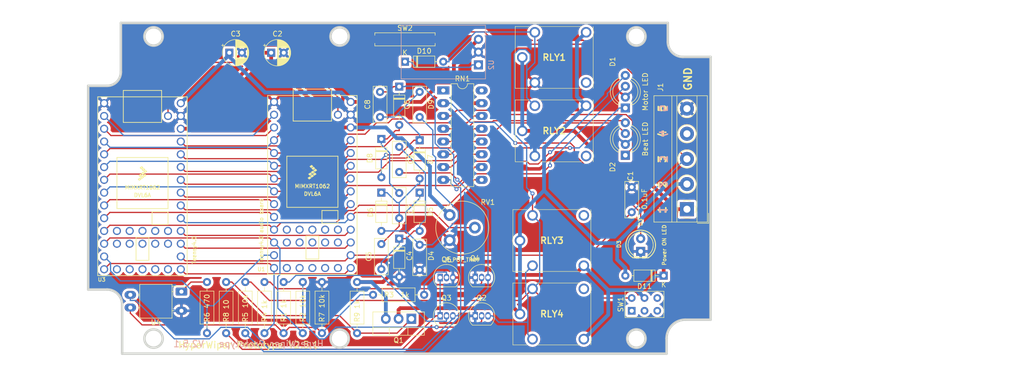
<source format=kicad_pcb>
(kicad_pcb (version 20220621) (generator pcbnew)
  (title_block (date "2021-02-08") (rev "V2.1.3"))
  (layers (0 "F.Cu" signal) (31 "B.Cu" signal) (34 "B.Paste" user) (35 "F.Paste" user) (36 "B.SilkS" user "B.Silkscreen") (37 "F.SilkS" user "F.Silkscreen") (38 "B.Mask" user) (39 "F.Mask" user) (44 "Edge.Cuts" user))
  (net 0 "")
  (net 1 "/5V")
  (net 4 "GND")
  (net 5 "Net-(D1-Pad4)")
  (net 6 "Net-(D1-Pad3)")
  (net 7 "Net-(D2-Pad4)")
  (net 8 "Net-(D2-Pad3)")
  (net 9 "Net-(D2-Pad1)")
  (net 10 "Net-(D3-Pad2)")
  (net 11 "/A21")
  (net 12 "/A23")
  (net 13 "/A12")
  (net 14 "Net-(D1-Pad1)")
  (net 15 "Net-(Q2-Pad2)")
  (net 16 "Net-(C4-Pad2)")
  (net 17 "+3V3")
  (net 21 "/A11")
  (net 22 "/A24")
  (net 23 "/A13")
  (net 24 "/A14")
  (net 25 "/A20")
  (net 26 "/A22")
  (net 27 "/A25")
  (net 28 "/A26")
  (net 29 "/A27")
  (net 30 "/A28")
  (net 31 "/B26")
  (net 32 "/B25")
  (net 33 "/B21")
  (net 34 "Net-(C5-Pad2)")
  (net 38 "Net-(C5-Pad1)")
  (net 39 "Net-(C6-Pad2)")
  (net 40 "Net-(C7-Pad2)")
  (net 41 "Net-(C8-Pad2)")
  (net 42 "Net-(C9-Pad1)")
  (net 43 "Net-(Q1-Pad1)")
  (net 44 "/A8")
  (net 45 "/A7")
  (net 46 "/A6")
  (net 47 "/A5")
  (net 48 "/A4")
  (net 49 "/A2")
  (net 50 "/A3")
  (net 51 "/A9")
  (net 52 "/A10")
  (net 83 "Net-(Q2-Pad3)")
  (net 84 "Net-(Q3-Pad2)")
  (net 85 "Net-(D11-Pad1)")
  (net 86 "Net-(D11-Pad2)")
  (net 87 "Net-(Q4-Pad2)")
  (net 88 "/12V")
  (net 89 "Net-(D10-Pad1)")
  (net 90 "Net-(Q3-Pad1)")
  (net 91 "Net-(R3-Pad2)")
  (net 92 "Net-(R1-Pad1)")
  (net 93 "Net-(R6-Pad2)")
  (footprint "LED_THT:LED_D5.0mm-4_RGB_Wide_Pins" (layer "F.Cu") (at 184.15 81.472 90)
    (fp_text reference "D2")
    (fp_text value "Beat LED")
  )
  (footprint "Resistor_THT:R_Axial_DIN0207_L6.3mm_D2.5mm_P10.16mm_Horizontal" (layer "F.Cu") (at 100.965 116.84 90)
    (fp_text reference "R6")
    (fp_text value "470")
  )
  (footprint "Diode_THT:D_DO-35_SOD27_P7.62mm_Horizontal" (layer "F.Cu") (at 140.335 62.865)
    (fp_text reference "D10")
    (fp_text value "D")
  )
  (footprint "Capacitor_THT:C_Rect_L7.0mm_W2.5mm_P5.00mm" (layer "F.Cu") (at 139.192 93.98 90)
    (fp_text reference "C7")
    (fp_text value "0.1uF")
  )
  (footprint "Hyperwiper 2020 production prototype all:SRA12VDCCL" (layer "F.Cu") (at 170.005 76.6233)
    (fp_text reference "RLY2")
    (fp_text value "JSM1-12V-5" hide)
  )
  (footprint "Capacitor_THT:C_Rect_L7.0mm_W2.5mm_P5.00mm" (layer "F.Cu") (at 139.192 84.796 90)
    (fp_text reference "C9")
    (fp_text value "0.1uF")
  )
  (footprint "Resistor_THT:R_Axial_DIN0207_L6.3mm_D2.5mm_P10.16mm_Horizontal" (layer "F.Cu") (at 133.985 109.22)
    (fp_text reference "R3")
    (fp_text value "1k")
  )
  (footprint "OptoDevice:Luna_NSL-32" (layer "F.Cu") (at 95.885 108.585 180)
    (fp_text reference "U4")
    (fp_text value "NSL-32")
  )
  (footprint "Diode_THT:D_DO-35_SOD27_P7.62mm_Horizontal" (layer "F.Cu") (at 139.192 67.818 -90)
    (fp_text reference "D9")
    (fp_text value "D")
  )
  (footprint "Diode_THT:D_DO-35_SOD27_P7.62mm_Horizontal" (layer "F.Cu") (at 143.256 88.9 -90)
    (fp_text reference "D5")
    (fp_text value "D")
  )
  (footprint "TerminalBlock_MetzConnect:TerminalBlock_MetzConnect_Type011_RT05505HBWC_1x05_P5.00mm_Horizontal" (layer "F.Cu") (at 196.396 92.1955 90)
    (fp_text reference "J1")
    (fp_text value "Conn_01x05" hide)
  )
  (footprint "Button_Switch_SMD:SW_SPST_REED_CT10-XXXX-G1" (layer "F.Cu") (at 140.335 58.42 180)
    (fp_text reference "SW2")
    (fp_text value "SW_Reed")
  )
  (footprint "Resistor_THT:R_Axial_DIN0207_L6.3mm_D2.5mm_P10.16mm_Horizontal" (layer "F.Cu") (at 120.015 116.84 90)
    (fp_text reference "R2")
    (fp_text value "10k")
  )
  (footprint "Package_TO_SOT_THT:TO-92_Inline" (layer "F.Cu") (at 147.32 113.4025)
    (fp_text reference "Q3")
    (fp_text value "2N2222")
  )
  (footprint "Package_TO_SOT_THT:TO-220-3_Vertical" (layer "F.Cu") (at 141.605 113.99 180)
    (fp_text reference "Q1")
    (fp_text value "IRF3205")
  )
  (footprint "Diode_THT:D_DO-35_SOD27_P7.62mm_Horizontal" (layer "F.Cu") (at 191.77 105.41 180)
    (fp_text reference "D11")
    (fp_text value "D" hide)
  )
  (footprint "Resistor_THT:R_Axial_DIN0207_L6.3mm_D2.5mm_P10.16mm_Horizontal" (layer "F.Cu") (at 130.81 116.84 90)
    (fp_text reference "R9")
    (fp_text value "1k")
  )
  (footprint "Capacitor_THT:C_Rect_L7.0mm_W2.5mm_P5.00mm" (layer "F.Cu") (at 135.636 104.12 90)
    (fp_text reference "C5")
    (fp_text value "0.1uF")
  )
  (footprint "Hyperwiper 2020 production prototype all:SRA12VDCCL" (layer "F.Cu") (at 169.545 113.03)
    (fp_text reference "RLY4")
    (fp_text value "JSM1-12V-5" hide)
  )
  (footprint "Capacitor_THT:C_Rect_L7.0mm_W2.5mm_P5.00mm" (layer "F.Cu") (at 143.256 104.267 90)
    (fp_text reference "C4")
    (fp_text value "0.1uF")
  )
  (footprint "Package_TO_SOT_THT:TO-92_Inline" (layer "F.Cu") (at 154.305 113.4025)
    (fp_text reference "Q2")
    (fp_text value "2N2222")
  )
  (footprint "Potentiometer_THT:Potentiometer_Piher_PT-10-V05_Vertical" (layer "F.Cu") (at 149.225 98.36)
    (fp_text reference "RV1")
    (fp_text value "R_POT_TRIM")
  )
  (footprint "Package_DIP:DIP-16_W7.62mm_LongPads" (layer "F.Cu") (at 147.955 68.58)
    (fp_text reference "RN1")
    (fp_text value "R_Pack08")
  )
  (footprint "Capacitor_THT:C_Rect_L7.0mm_W2.5mm_P5.00mm" (layer "F.Cu") (at 185.42 92.797 90)
    (fp_text reference "C1")
    (fp_text value "0.1uF")
  )
  (footprint "Diode_THT:D_DO-35_SOD27_P7.62mm_Horizontal" (layer "F.Cu") (at 143.256 78.486 -90)
    (fp_text reference "D7")
    (fp_text value "D")
  )
  (footprint "Diode_THT:D_DO-35_SOD27_P7.62mm_Horizontal" (layer "F.Cu") (at 135.636 78.232 -90)
    (fp_text reference "D8")
    (fp_text value "D")
  )
  (footprint "Resistor_THT:R_Axial_DIN0207_L6.3mm_D2.5mm_P10.16mm_Horizontal" (layer "F.Cu") (at 112.395 116.84 90)
    (fp_text reference "R4")
    (fp_text value "1k")
  )
  (footprint "Capacitor_THT:CP_Radial_D5.0mm_P2.50mm" (layer "F.Cu") (at 113.7299 61.087)
    (fp_text reference "C2")
    (fp_text value "100uF")
  )
  (footprint "Resistor_THT:R_Axial_DIN0207_L6.3mm_D2.5mm_P10.16mm_Horizontal" (layer "F.Cu") (at 108.585 116.84 90)
    (fp_text reference "R5")
    (fp_text value "10k")
  )
  (footprint "Resistor_THT:R_Axial_DIN0207_L6.3mm_D2.5mm_P10.16mm_Horizontal" (layer "F.Cu") (at 123.825 116.84 90)
    (fp_text reference "R7")
    (fp_text value "10k")
  )
  (footprint "Hyperwiper 2020 production prototype all:Teensy40" (layer "F.Cu") (at 121.92 87.376 -90)
    (fp_text reference "U1")
    (fp_text value "Teensy4.0 audio board")
  )
  (footprint "Hyperwiper 2020 production prototype all:Teensy40" (layer "F.Cu") (at 88.138 87.63 -90)
    (fp_text reference "U3")
    (fp_text value "Teensy4.0")
  )
  (footprint "Resistor_THT:R_Axial_DIN0207_L6.3mm_D2.5mm_P10.16mm_Horizontal" (layer "F.Cu") (at 116.205 116.84 90)
    (fp_text reference "R1")
    (fp_text value "1k")
  )
  (footprint "Hyperwiper 2020 production prototype all:SRA12VDCCL" (layer "F.Cu") (at 169.545 98.425)
    (fp_text reference "RLY3")
    (fp_text value "JSM1-12V-5" hide)
  )
  (footprint "Package_TO_SOT_THT:TO-92_Inline" (layer "F.Cu") (at 154.305 105.7825)
    (fp_text reference "Q4")
    (fp_text value "2N2222")
  )
  (footprint "Diode_THT:D_DO-35_SOD27_P7.62mm_Horizontal" (layer "F.Cu") (at 139.192 98.044 -90)
    (fp_text reference "D4")
    (fp_text value "D")
  )
  (footprint "Capacitor_THT:CP_Radial_D5.0mm_P2.50mm" (layer "F.Cu") (at 105.41 61.087)
    (fp_text reference "C3")
    (fp_text value "100uF")
  )
  (footprint "Button_Switch_THT:SW_NKK_G1xJP" (layer "F.Cu") (at 185.42 112.395 90)
    (fp_text reference "SW1")
    (fp_text value "SW_DPDT_x2")
  )
  (footprint "Package_TO_SOT_THT:TO-92_Inline" (layer "F.Cu") (at 147.32 105.7825)
    (fp_text reference "Q5")
    (fp_text value "2N3906")
  )
  (footprint "Capacitor_THT:C_Rect_L7.0mm_W2.5mm_P5.00mm" (layer "F.Cu") (at 135.382 73.874 90)
    (fp_text reference "C8")
    (fp_text value "0.1uF")
  )
  (footprint "Capacitor_THT:C_Rect_L7.0mm_W2.5mm_P5.00mm" (layer "F.Cu") (at 143.256 73.874 90)
    (fp_text reference "C6")
    (fp_text value "0.1uF")
  )
  (footprint "LED_THT:LED_D5.0mm_Clear" (layer "F.Cu") (at 187.198 100.589 90)
    (fp_text reference "D3")
    (fp_text value "Power ON LED")
  )
  (footprint "Hyperwiper 2020 production prototype all:SRA12VDCCL" (layer "F.Cu") (at 170.005 62.0183)
    (fp_text reference "RLY1")
    (fp_text value "JSM1-12V-5" hide)
  )
  (footprint "LED_THT:LED_D5.0mm-4_RGB_Wide_Pins" (layer "F.Cu") (at 184.15 72.074 90)
    (fp_text reference "D1")
    (fp_text value "Motor LED")
  )
  (footprint "Resistor_THT:R_Axial_DIN0207_L6.3mm_D2.5mm_P10.16mm_Horizontal" (layer "F.Cu") (at 104.775 116.84 90)
    (fp_text reference "R8")
    (fp_text value "10")
  )
  (footprint "Diode_THT:D_DO-35_SOD27_P7.62mm_Horizontal" (layer "F.Cu") (at 135.636 88.9 -90)
    (fp_text reference "D6")
    (fp_text value "D")
  )
  (footprint "Converter_DCDC:Converter_DCDC_muRata_OKI-78SR_Horizontal" (layer "B.Cu") (at 154.94 63.5 90)
    (fp_text reference "U2")
    (fp_text value "OKI-78SR-5")
  )
  (gr_line (start 201.095 61.915) (end 201.095 114.165) (stroke (width 0.5)) (layer "Edge.Cuts"))
  (gr_line (start 192.345 120.915) (end 84.095 120.915) (stroke (width 0.5)) (layer "Edge.Cuts"))
  (gr_line (start 83.845 64.915) (end 83.845 55.165) (stroke (width 0.5)) (layer "Edge.Cuts"))
  (gr_line (start 83.845 55.165) (end 192.595 55.165) (stroke (width 0.5)) (layer "Edge.Cuts"))
  (gr_circle (center 186.345 57.844973) (end 184.524973 57.844973) (stroke (width 0.5)) (fill none) (layer "Edge.Cuts"))
  (gr_line (start 77.345 108.165) (end 77.345 67.665) (stroke (width 0.5)) (layer "Edge.Cuts"))
  (gr_line (start 77.345 67.665) (end 81.095 67.665) (stroke (width 0.5)) (layer "Edge.Cuts"))
  (gr_arc (start 195.595 61.915) (mid 193.47368 61.03632) (end 192.595 58.915) (stroke (width 0.5)) (layer "Edge.Cuts"))
  (gr_line (start 81.095 108.165) (end 77.345 108.165) (stroke (width 0.5)) (layer "Edge.Cuts"))
  (gr_circle (center 90.345 57.844973) (end 88.524973 57.844973) (stroke (width 0.5)) (fill none) (layer "Edge.Cuts"))
  (gr_circle (center 127.345 117.915) (end 125.524973 117.915) (stroke (width 0.5)) (fill none) (layer "Edge.Cuts"))
  (gr_circle (center 186.345 117.915) (end 184.524973 117.915) (stroke (width 0.5)) (fill none) (layer "Edge.Cuts"))
  (gr_circle (center 127.345 57.844973) (end 125.524973 57.844973) (stroke (width 0.5)) (fill none) (layer "Edge.Cuts"))
  (gr_arc (start 83.845 64.915) (mid 83.039544 66.859544) (end 81.095 67.665) (stroke (width 0.5)) (layer "Edge.Cuts"))
  (gr_line (start 84.095 120.915) (end 84.095 111.165) (stroke (width 0.5)) (layer "Edge.Cuts"))
  (gr_line (start 192.595 55.165) (end 192.595 58.915) (stroke (width 0.5)) (layer "Edge.Cuts"))
  (gr_line (start 195.595 61.915) (end 201.095 61.915) (stroke (width 0.5)) (layer "Edge.Cuts"))
  (gr_arc (start 192.345 117.915) (mid 193.44335 115.26335) (end 196.095 114.165) (stroke (width 0.5)) (layer "Edge.Cuts"))
  (gr_circle (center 90.345 117.915) (end 88.524973 117.915) (stroke (width 0.5)) (fill none) (layer "Edge.Cuts"))
  (gr_line (start 201.095 114.165) (end 196.095 114.165) (stroke (width 0.5)) (layer "Edge.Cuts"))
  (gr_arc (start 81.095 108.165) (mid 83.21632 109.04368) (end 84.095 111.165) (stroke (width 0.5)) (layer "Edge.Cuts"))
  (gr_line (start 192.345 117.915) (end 192.345 120.915) (stroke (width 0.5)) (layer "Edge.Cuts"))
  (gr_text "4" (at 191.643 77.184252 270) (layer "B.SilkS") (effects (font (size 1.5 1.5) (thickness 0.3)) (justify mirror)))
  (gr_text "HyperWiper Prototype   V2.5.1\n   \n" (at 109.22 120.015) (layer "B.SilkS") (effects (font (size 1.3 1.3) (thickness 0.2)) (justify mirror)))
  (gr_text "3" (at 191.643 82.232502 270) (layer "B.SilkS") (effects (font (size 1.5 1.5) (thickness 0.3)) (justify mirror)))
  (gr_text "1" (at 191.643 92.329002 270) (layer "B.SilkS") (effects (font (size 1.5 1.5) (thickness 0.3)) (justify mirror)))
  (gr_text "2" (at 191.643 87.280752 270) (layer "B.SilkS") (effects (font (size 1.5 1.5) (thickness 0.3)) (justify mirror)))
  (gr_text "5" (at 191.643 72.136002 270) (layer "B.SilkS") (effects (font (size 1.5 1.5) (thickness 0.3)) (justify mirror)))
  (gr_text "5" (at 191.516 72.136 90) (layer "F.SilkS") (effects (font (size 1.5 1.5) (thickness 0.3))))
  (gr_text "GND" (at 196.596 66.294 90) (layer "F.SilkS") (effects (font (size 1.5 1.5) (thickness 0.3))))
  (gr_text "HyperWiper Prototype V2.5.1\n\n\n" (at 109.22 121.285) (layer "F.SilkS") (effects (font (size 1.3 1.3) (thickness 0.2))))
  (gr_text "4" (at 191.516 77.18425 90) (layer "F.SilkS") (effects (font (size 1.5 1.5) (thickness 0.3))))
  (gr_text "1" (at 191.516 92.329 90) (layer "F.SilkS") (effects (font (size 1.5 1.5) (thickness 0.3))))
  (gr_text "2" (at 191.516 87.28075 90) (layer "F.SilkS") (effects (font (size 1.5 1.5) (thickness 0.3))))
  (gr_text "3" (at 191.516 82.2325 90) (layer "F.SilkS") (effects (font (size 1.5 1.5) (thickness 0.3))))
  (segment (start 150.0596 63.3004) (end 150.0596 67.0046) (width 0.75) (layer "F.Cu") (net 1))
  (segment (start 155.575 71.12) (end 153.5997 71.12) (width 0.75) (layer "F.Cu") (net 1))
  (segment (start 143.5434 70.866) (end 145.9061 68.5033) (width 0.75) (layer "F.Cu") (net 1))
  (segment (start 129.54 70.866) (end 143.5434 70.866) (width 0.75) (layer "F.Cu") (net 1))
  (segment (start 145.9061 67.4822) (end 146.3837 67.0046) (width 0.75) (layer "F.Cu") (net 1))
  (segment (start 145.9061 68.5033) (end 145.9061 67.4822) (width 0.75) (layer "F.Cu") (net 1))
  (segment (start 150.0596 67.5799) (end 153.5997 71.12) (width 0.75) (layer "F.Cu") (net 1))
  (segment (start 150.0596 67.0046) (end 150.0596 67.5799) (width 0.75) (layer "F.Cu") (net 1))
  (segment (start 154.94 58.42) (end 150.0596 63.3004) (width 0.75) (layer "F.Cu") (net 1))
  (segment (start 146.3837 67.0046) (end 150.0596 67.0046) (width 0.75) (layer "F.Cu") (net 1))
  (segment (start 105.41 61.087) (end 105.41 61.8746) (width 0.75) (layer "B.Cu") (net 1))
  (segment (start 127.6611 68.9871) (end 112.5225 68.9871) (width 0.75) (layer "B.Cu") (net 1))
  (segment (start 105.41 61.8746) (end 105.0034 61.8746) (width 0.75) (layer "B.Cu") (net 1))
  (segment (start 129.54 70.866) (end 127.6611 68.9871) (width 0.75) (layer "B.Cu") (net 1))
  (segment (start 105.0034 61.8746) (end 95.758 71.12) (width 0.75) (layer "B.Cu") (net 1))
  (segment (start 112.5225 68.9871) (end 105.41 61.8746) (width 0.75) (layer "B.Cu") (net 1))
  (via (at 137.16 102.87) (size 0.8) (drill 0.4) (layers "F.Cu" "B.Cu") (net 4))
  (segment (start 166.155 79.59) (end 167.64 78.105) (width 0.75) (layer "B.Cu") (net 4))
  (segment (start 166.155 81.6233) (end 166.155 79.59) (width 0.75) (layer "B.Cu") (net 4))
  (segment (start 147.955 83.82) (end 149.4803 83.82) (width 0.25) (layer "F.Cu") (net 5))
  (segment (start 165.093 83.208) (end 164.5597 82.6747) (width 0.25) (layer "F.Cu") (net 5))
  (segment (start 164.5597 82.6747) (end 150.6256 82.6747) (width 0.25) (layer "F.Cu") (net 5))
  (segment (start 169.1841 80.8562) (end 166.8323 83.208) (width 0.25) (layer "F.Cu") (net 5))
  (segment (start 166.8323 83.208) (end 165.093 83.208) (width 0.25) (layer "F.Cu") (net 5))
  (segment (start 150.6256 82.6747) (end 149.4803 83.82) (width 0.25) (layer "F.Cu") (net 5))
  (via (at 169.1841 80.8562) (size 0.8) (drill 0.4) (layers "F.Cu" "B.Cu") (net 5))
  (segment (start 180.5868 69.1602) (end 180.5868 69.627) (width 0.25) (layer "B.Cu") (net 5))
  (segment (start 184.15 65.597) (end 180.5868 69.1602) (width 0.25) (layer "B.Cu") (net 5))
  (segment (start 180.5868 69.627) (end 169.3576 80.8562) (width 0.25) (layer "B.Cu") (net 5))
  (segment (start 169.3576 80.8562) (end 169.1841 80.8562) (width 0.25) (layer "B.Cu") (net 5))
  (segment (start 167.5151 85.1639) (end 153.6406 85.1639) (width 0.25) (layer "F.Cu") (net 6))
  (segment (start 153.6406 85.1639) (end 150.5865 88.218) (width 0.25) (layer "F.Cu") (net 6))
  (segment (start 169.1733 83.5057) (end 167.5151 85.1639) (width 0.25) (layer "F.Cu") (net 6))
  (via (at 169.1733 83.5057) (size 0.8) (drill 0.4) (layers "F.Cu" "B.Cu") (net 6))
  (via (at 150.5865 88.218) (size 0.8) (drill 0.4) (layers "F.Cu" "B.Cu") (net 6))
  (segment (start 147.955 86.36) (end 149.4803 86.36) (width 0.25) (layer "B.Cu") (net 6))
  (segment (start 169.1733 82.7327) (end 169.1733 83.5057) (width 0.25) (layer "B.Cu") (net 6))
  (segment (start 184.15 67.756) (end 169.1733 82.7327) (width 0.25) (layer "B.Cu") (net 6))
  (segment (start 149.4803 86.36) (end 149.4803 87.1118) (width 0.25) (layer "B.Cu") (net 6))
  (segment (start 149.4803 87.1118) (end 150.5865 88.218) (width 0.25) (layer "B.Cu") (net 6))
  (segment (start 157.7214 74.8185) (end 157.9467 74.5932) (width 0.25) (layer "F.Cu") (net 7))
  (segment (start 147.955 76.2) (end 152.6397 76.2) (width 0.25) (layer "F.Cu") (net 7))
  (segment (start 183.7482 74.5932) (end 184.15 74.995) (width 0.25) (layer "F.Cu") (net 7))
  (segment (start 152.6397 76.2) (end 154.0212 74.8185) (width 0.25) (layer "F.Cu") (net 7))
  (segment (start 154.0212 74.8185) (end 157.7214 74.8185) (width 0.25) (layer "F.Cu") (net 7))
  (segment (start 157.9467 74.5932) (end 183.7482 74.5932) (width 0.25) (layer "F.Cu") (net 7))
  (segment (start 182.0396 75.0436) (end 184.15 77.154) (width 0.25) (layer "F.Cu") (net 8))
  (segment (start 149.4803 78.74) (end 150.7503 77.47) (width 0.25) (layer "F.Cu") (net 8))
  (segment (start 157.4708 77.47) (end 159.8972 75.0436) (width 0.25) (layer "F.Cu") (net 8))
  (segment (start 147.955 78.74) (end 149.4803 78.74) (width 0.25) (layer "F.Cu") (net 8))
  (segment (start 150.7503 77.47) (end 157.4708 77.47) (width 0.25) (layer "F.Cu") (net 8))
  (segment (start 159.8972 75.0436) (end 182.0396 75.0436) (width 0.25) (layer "F.Cu") (net 8))
  (segment (start 150.6089 72.5314) (end 157.684 72.5314) (width 0.25) (layer "F.Cu") (net 9))
  (segment (start 149.4803 73.66) (end 150.6089 72.5314) (width 0.25) (layer "F.Cu") (net 9))
  (segment (start 158.5278 73.3752) (end 184.2952 73.3752) (width 0.25) (layer "F.Cu") (net 9))
  (segment (start 157.684 72.5314) (end 158.5278 73.3752) (width 0.25) (layer "F.Cu") (net 9))
  (segment (start 184.2952 73.3752) (end 185.5768 74.6568) (width 0.25) (layer "F.Cu") (net 9))
  (segment (start 185.5768 74.6568) (end 185.5768 80.0452) (width 0.25) (layer "F.Cu") (net 9))
  (segment (start 185.5768 80.0452) (end 184.15 81.472) (width 0.25) (layer "F.Cu") (net 9))
  (segment (start 147.955 73.66) (end 149.4803 73.66) (width 0.25) (layer "F.Cu") (net 9))
  (segment (start 177.0175 84.3127) (end 174.0012 81.2964) (width 0.25) (layer "F.Cu") (net 10))
  (segment (start 174.0012 79.8215) (end 173.2181 79.0384) (width 0.25) (layer "F.Cu") (net 10))
  (segment (start 173.2181 79.0384) (end 162.2739 79.0384) (width 0.25) (layer "F.Cu") (net 10))
  (segment (start 187.198 92.9081) (end 178.6026 84.3127) (width 0.25) (layer "F.Cu") (net 10))
  (segment (start 178.6026 84.3127) (end 177.0175 84.3127) (width 0.25) (layer "F.Cu") (net 10))
  (segment (start 187.198 98.049) (end 187.198 92.9081) (width 0.25) (layer "F.Cu") (net 10))
  (segment (start 174.0012 81.2964) (end 174.0012 79.8215) (width 0.25) (layer "F.Cu") (net 10))
  (via (at 162.2739 79.0384) (size 0.8) (drill 0.4) (layers "F.Cu" "B.Cu") (net 10))
  (segment (start 149.4803 71.12) (end 153.2903 74.93) (width 0.25) (layer "B.Cu") (net 10))
  (segment (start 153.2903 74.93) (end 158.1655 74.93) (width 0.25) (layer "B.Cu") (net 10))
  (segment (start 147.955 71.12) (end 149.4803 71.12) (width 0.25) (layer "B.Cu") (net 10))
  (segment (start 158.1655 74.93) (end 162.2739 79.0384) (width 0.25) (layer "B.Cu") (net 10))
  (segment (start 95.758 101.6) (end 96.6294 102.4714) (width 0.25) (layer "F.Cu") (net 11))
  (segment (start 147.895 58.42) (end 149.2203 58.42) (width 0.25) (layer "F.Cu") (net 11))
  (segment (start 129.54 101.346) (end 176.871 101.346) (width 0.25) (layer "F.Cu") (net 11))
  (segment (start 150.6999 56.9404) (end 149.2203 58.42) (width 0.25) (layer "F.Cu") (net 11))
  (segment (start 128.4146 102.4714) (end 129.54 101.346) (width 0.25) (layer "F.Cu") (net 11))
  (segment (start 190.7806 70.4884) (end 179.687 59.3948) (width 0.25) (layer "F.Cu") (net 11))
  (segment (start 96.6294 102.4714) (end 128.4146 102.4714) (width 0.25) (layer "F.Cu") (net 11))
  (segment (start 176.871 101.346) (end 185.42 92.797) (width 0.25) (layer "F.Cu") (net 11))
  (segment (start 190.7806 76.5801) (end 190.7806 70.4884) (width 0.25) (layer "F.Cu") (net 11))
  (segment (start 179.687 59.3948) (end 158.5627 59.3948) (width 0.25) (layer "F.Cu") (net 11))
  (segment (start 196.396 82.1955) (end 190.7806 76.5801) (width 0.25) (layer "F.Cu") (net 11))
  (segment (start 158.5627 59.3948) (end 156.1083 56.9404) (width 0.25) (layer "F.Cu") (net 11))
  (segment (start 156.1083 56.9404) (end 150.6999 56.9404) (width 0.25) (layer "F.Cu") (net 11))
  (segment (start 185.42 92.797) (end 196.0215 82.1955) (width 0.25) (layer "B.Cu") (net 11))
  (segment (start 196.0215 82.1955) (end 196.396 82.1955) (width 0.25) (layer "B.Cu") (net 11))
  (segment (start 128.397 97.409) (end 129.54 96.266) (width 0.25) (layer "F.Cu") (net 12))
  (segment (start 96.647 97.409) (end 128.397 97.409) (width 0.25) (layer "F.Cu") (net 12))
  (segment (start 95.758 96.52) (end 96.647 97.409) (width 0.25) (layer "F.Cu") (net 12))
  (segment (start 113.4126 97.9186) (end 114.3 98.806) (width 0.25) (layer "F.Cu") (net 13))
  (segment (start 81.6594 97.9186) (end 113.4126 97.9186) (width 0.25) (layer "F.Cu") (net 13))
  (segment (start 80.518 99.06) (end 81.6594 97.9186) (width 0.25) (layer "F.Cu") (net 13))
  (segment (start 115.0332 105.6334) (end 115.0332 111.8582) (width 0.25) (layer "B.Cu") (net 13))
  (segment (start 115.4732 99.9792) (end 115.4732 105.1934) (width 0.25) (layer "B.Cu") (net 13))
  (segment (start 114.3 98.806) (end 115.4732 99.9792) (width 0.25) (layer "B.Cu") (net 13))
  (segment (start 115.0332 111.8582) (end 120.015 116.84) (width 0.25) (layer "B.Cu") (net 13))
  (segment (start 115.4732 105.1934) (end 115.0332 105.6334) (width 0.25) (layer "B.Cu") (net 13))
  (segment (start 173.1474 80.01) (end 150.7503 80.01) (width 0.25) (layer "F.Cu") (net 14))
  (segment (start 150.7503 80.01) (end 149.4803 81.28) (width 0.25) (layer "F.Cu") (net 14))
  (segment (start 147.955 81.28) (end 149.4803 81.28) (width 0.25) (layer "F.Cu") (net 14))
  (via (at 173.1474 80.01) (size 0.8) (drill 0.4) (layers "F.Cu" "B.Cu") (net 14))
  (segment (start 184.15 72.074) (end 182.9247 72.074) (width 0.25) (layer "B.Cu") (net 14))
  (segment (start 174.9887 80.01) (end 173.1474 80.01) (width 0.25) (layer "B.Cu") (net 14))
  (segment (start 182.9247 72.074) (end 174.9887 80.01) (width 0.25) (layer "B.Cu") (net 14))
  (segment (start 155.575 114.4778) (end 154.4013 115.6515) (width 0.25) (layer "F.Cu") (net 15))
  (segment (start 155.575 113.4025) (end 155.575 114.4778) (width 0.25) (layer "F.Cu") (net 15))
  (segment (start 154.4013 115.6515) (end 146.6238 115.6515) (width 0.25) (layer "F.Cu") (net 15))
  (via (at 146.6238 115.6515) (size 0.8) (drill 0.4) (layers "F.Cu" "B.Cu") (net 15))
  (segment (start 126.5763 115.6515) (end 125.1996 117.0282) (width 0.25) (layer "B.Cu") (net 15))
  (segment (start 124.353 117.981) (end 123.2872 117.981) (width 0.25) (layer "B.Cu") (net 15))
  (segment (start 123.2872 117.981) (end 120.015 114.7088) (width 0.25) (layer "B.Cu") (net 15))
  (segment (start 120.015 114.7088) (end 120.015 106.68) (width 0.25) (layer "B.Cu") (net 15))
  (segment (start 146.6238 115.6515) (end 126.5763 115.6515) (width 0.25) (layer "B.Cu") (net 15))
  (segment (start 125.1996 117.0282) (end 125.1996 117.1344) (width 0.25) (layer "B.Cu") (net 15))
  (segment (start 125.1996 117.1344) (end 124.353 117.981) (width 0.25) (layer "B.Cu") (net 15))
  (segment (start 140.509 96.52) (end 140.509 92.7723) (width 0.25) (layer "B.Cu") (net 16))
  (segment (start 146.4296 88.0588) (end 146.4296 81.8906) (width 0.25) (layer "B.Cu") (net 16))
  (segment (start 145.7342 99.267) (end 150.9572 94.044) (width 0.25) (layer "B.Cu") (net 16))
  (segment (start 143.256 99.267) (end 145.7342 99.267) (width 0.25) (layer "B.Cu") (net 16))
  (segment (start 150.9572 94.044) (end 150.9572 92.5864) (width 0.25) (layer "B.Cu") (net 16))
  (segment (start 143.256 88.9) (end 143.256 90.0253) (width 0.25) (layer "B.Cu") (net 16))
  (segment (start 145.8774 81.3384) (end 145.8774 76.4954) (width 0.25) (layer "B.Cu") (net 16))
  (segment (start 140.509 92.7723) (end 143.256 90.0253) (width 0.25) (layer "B.Cu") (net 16))
  (segment (start 145.8774 76.4954) (end 143.256 73.874) (width 0.25) (layer "B.Cu") (net 16))
  (segment (start 150.9572 92.5864) (end 146.4296 88.0588) (width 0.25) (layer "B.Cu") (net 16))
  (segment (start 135.636 96.52) (end 140.509 96.52) (width 0.25) (layer "B.Cu") (net 16))
  (segment (start 146.4296 81.8906) (end 145.8774 81.3384) (width 0.25) (layer "B.Cu") (net 16))
  (segment (start 140.509 96.52) (end 143.256 99.267) (width 0.25) (layer "B.Cu") (net 16))
  (segment (start 113.7299 61.087) (end 113.7299 62.6623) (width 0.75) (layer "F.Cu") (net 17))
  (segment (start 113.7299 61.087) (end 112.1546 61.087) (width 0.75) (layer "F.Cu") (net 17))
  (segment (start 129.54 75.946) (end 127.0136 75.946) (width 0.75) (layer "F.Cu") (net 17))
  (segment (start 95.758 76.2) (end 97.0416 76.2) (width 0.75) (layer "F.Cu") (net 17))
  (segment (start 127.0136 75.946) (end 113.7299 62.6623) (width 0.75) (layer "F.Cu") (net 17))
  (segment (start 97.0416 76.2) (end 112.1546 61.087) (width 0.75) (layer "F.Cu") (net 17))
  (segment (start 145.302 83.6778) (end 145.302 89.437) (width 0.75) (layer "B.Cu") (net 17))
  (segment (start 129.54 75.946) (end 136.5402 75.946) (width 0.75) (layer "B.Cu") (net 17))
  (segment (start 139.6978 78.0736) (end 145.302 83.6778) (width 0.75) (layer "B.Cu") (net 17))
  (segment (start 138.6678 78.0736) (end 139.6978 78.0736) (width 0.75) (layer "B.Cu") (net 17))
  (segment (start 136.5402 75.946) (end 138.6678 78.0736) (width 0.75) (layer "B.Cu") (net 17))
  (segment (start 145.302 89.437) (end 149.225 93.36) (width 0.75) (layer "B.Cu") (net 17))
  (segment (start 131.2152 91.4139) (end 130.1731 92.456) (width 0.25) (layer "F.Cu") (net 21))
  (segment (start 155.575 86.36) (end 154.0497 86.36) (width 0.25) (layer "F.Cu") (net 21))
  (segment (start 148.9958 91.4139) (end 131.2152 91.4139) (width 0.25) (layer "F.Cu") (net 21))
  (segment (start 113.4275 95.3935) (end 114.3 96.266) (width 0.25) (layer "F.Cu") (net 21))
  (segment (start 130.1731 92.456) (end 129.0627 92.456) (width 0.25) (layer "F.Cu") (net 21))
  (segment (start 80.518 96.52) (end 81.6445 95.3935) (width 0.25) (layer "F.Cu") (net 21))
  (segment (start 154.0497 86.36) (end 148.9958 91.4139) (width 0.25) (layer "F.Cu") (net 21))
  (segment (start 81.6445 95.3935) (end 113.4275 95.3935) (width 0.25) (layer "F.Cu") (net 21))
  (segment (start 129.0627 92.456) (end 126.6673 94.8514) (width 0.25) (layer "F.Cu") (net 21))
  (segment (start 126.6673 94.8514) (end 115.7146 94.8514) (width 0.25) (layer "F.Cu") (net 21))
  (segment (start 115.7146 94.8514) (end 114.3 96.266) (width 0.25) (layer "F.Cu") (net 21))
  (segment (start 146.117 92.8543) (end 149.1227 95.86) (width 0.25) (layer "F.Cu") (net 22))
  (segment (start 130.4117 92.8543) (end 146.117 92.8543) (width 0.25) (layer "F.Cu") (net 22))
  (segment (start 129.54 93.726) (end 130.4117 92.8543) (width 0.25) (layer "F.Cu") (net 22))
  (segment (start 149.1227 95.86) (end 154.225 95.86) (width 0.25) (layer "F.Cu") (net 22))
  (segment (start 128.397 94.869) (end 129.54 93.726) (width 0.25) (layer "B.Cu") (net 22))
  (segment (start 95.758 93.98) (end 96.647 94.869) (width 0.25) (layer "B.Cu") (net 22))
  (segment (start 96.647 94.869) (end 128.397 94.869) (width 0.25) (layer "B.Cu") (net 22))
  (segment (start 81.788 104.4755) (end 83.7621 106.4496) (width 0.25) (layer "B.Cu") (net 23))
  (segment (start 83.7621 106.4496) (end 96.0208 106.4496) (width 0.25) (layer "B.Cu") (net 23))
  (segment (start 81.788 102.87) (end 81.788 104.4755) (width 0.25) (layer "B.Cu") (net 23))
  (segment (start 102.2508 111.3938) (end 100.965 111.3938) (width 0.25) (layer "B.Cu") (net 23))
  (segment (start 112.2986 101.346) (end 102.2508 111.3938) (width 0.25) (layer "B.Cu") (net 23))
  (segment (start 96.0208 106.4496) (end 100.965 111.3938) (width 0.25) (layer "B.Cu") (net 23))
  (segment (start 100.965 111.3938) (end 100.965 116.84) (width 0.25) (layer "B.Cu") (net 23))
  (segment (start 80.518 101.6) (end 81.788 102.87) (width 0.25) (layer "B.Cu") (net 23))
  (segment (start 114.3 101.346) (end 112.2986 101.346) (width 0.25) (layer "B.Cu") (net 23))
  (segment (start 81.6594 102.9986) (end 113.4126 102.9986) (width 0.25) (layer "F.Cu") (net 24))
  (segment (start 80.518 104.14) (end 81.6594 102.9986) (width 0.25) (layer "F.Cu") (net 24))
  (segment (start 113.4126 102.9986) (end 114.3 103.886) (width 0.25) (layer "F.Cu") (net 24))
  (segment (start 114.3 103.886) (end 114.3 114.935) (width 0.25) (layer "B.Cu") (net 24))
  (segment (start 114.3 114.935) (end 112.395 116.84) (width 0.25) (layer "B.Cu") (net 24))
  (segment (start 128.3751 105.0509) (end 129.54 103.886) (width 0.25) (layer "F.Cu") (net 25))
  (segment (start 95.758 104.14) (end 96.6689 105.0509) (width 0.25) (layer "F.Cu") (net 25))
  (segment (start 96.6689 105.0509) (end 128.3751 105.0509) (width 0.25) (layer "F.Cu") (net 25))
  (segment (start 95.758 99.06) (end 96.6421 99.9441) (width 0.25) (layer "F.Cu") (net 26))
  (segment (start 96.6421 99.9441) (end 128.4019 99.9441) (width 0.25) (layer "F.Cu") (net 26))
  (segment (start 128.4019 99.9441) (end 129.54 98.806) (width 0.25) (layer "F.Cu") (net 26))
  (segment (start 95.758 91.44) (end 96.6294 92.3114) (width 0.25) (layer "F.Cu") (net 27))
  (segment (start 96.6294 92.3114) (end 128.4146 92.3114) (width 0.25) (layer "F.Cu") (net 27))
  (segment (start 128.4146 92.3114) (end 129.54 91.186) (width 0.25) (layer "F.Cu") (net 27))
  (segment (start 128.4019 89.7841) (end 129.54 88.646) (width 0.25) (layer "F.Cu") (net 28))
  (segment (start 96.6421 89.7841) (end 128.4019 89.7841) (width 0.25) (layer "F.Cu") (net 28))
  (segment (start 95.758 88.9) (end 96.6421 89.7841) (width 0.25) (layer "F.Cu") (net 28))
  (segment (start 96.6294 87.2314) (end 128.4146 87.2314) (width 0.25) (layer "F.Cu") (net 29))
  (segment (start 128.4146 87.2314) (end 129.54 86.106) (width 0.25) (layer "F.Cu") (net 29))
  (segment (start 95.758 86.36) (end 96.6294 87.2314) (width 0.25) (layer "F.Cu") (net 29))
  (segment (start 95.758 83.82) (end 96.6294 84.6914) (width 0.25) (layer "F.Cu") (net 30))
  (segment (start 128.4146 84.6914) (end 129.54 83.566) (width 0.25) (layer "F.Cu") (net 30))
  (segment (start 96.6294 84.6914) (end 128.4146 84.6914) (width 0.25) (layer "F.Cu") (net 30))
  (segment (start 95.758 81.28) (end 96.6294 82.1514) (width 0.25) (layer "F.Cu") (net 31))
  (segment (start 96.6294 82.1514) (end 128.4146 82.1514) (width 0.25) (layer "F.Cu") (net 31))
  (segment (start 128.4146 82.1514) (end 129.54 81.026) (width 0.25) (layer "F.Cu") (net 31))
  (segment (start 96.6294 79.6114) (end 128.4146 79.6114) (width 0.25) (layer "F.Cu") (net 32))
  (segment (start 95.758 78.74) (end 96.6294 79.6114) (width 0.25) (layer "F.Cu") (net 32))
  (segment (start 128.4146 79.6114) (end 129.54 78.486) (width 0.25) (layer "F.Cu") (net 32))
  (segment (start 127 69.9172) (end 127 73.406) (width 0.25) (layer "F.Cu") (net 33))
  (segment (start 111.2129 59.7609) (end 116.8437 59.7609) (width 0.25) (layer "F.Cu") (net 33))
  (segment (start 107.9688 63.005) (end 111.2129 59.7609) (width 0.25) (layer "F.Cu") (net 33))
  (segment (start 93.218 71.6813) (end 101.8943 63.005) (width 0.25) (layer "F.Cu") (net 33))
  (segment (start 93.218 73.66) (end 93.218 71.6813) (width 0.25) (layer "F.Cu") (net 33))
  (segment (start 116.8437 59.7609) (end 127 69.9172) (width 0.25) (layer "F.Cu") (net 33))
  (segment (start 101.8943 63.005) (end 107.9688 63.005) (width 0.25) (layer "F.Cu") (net 33))
  (segment (start 139.192 93.98) (end 139.192 95.564) (width 0.25) (layer "F.Cu") (net 34))
  (segment (start 139.192 95.564) (end 135.636 99.12) (width 0.25) (layer "F.Cu") (net 34))
  (segment (start 143.256 86.106) (end 143.256 87.2313) (width 0.25) (layer "B.Cu") (net 34))
  (segment (start 136.7613 88.9) (end 138.7345 90.8732) (width 0.25) (layer "B.Cu") (net 34))
  (segment (start 143.256 87.2313) (end 142.8339 87.2313) (width 0.25) (layer "B.Cu") (net 34))
  (segment (start 138.7345 90.8732) (end 139.192 90.8732) (width 0.25) (layer "B.Cu") (net 34))
  (segment (start 142.8339 87.2313) (end 139.192 90.8732) (width 0.25) (layer "B.Cu") (net 34))
  (segment (start 139.192 90.8732) (end 139.192 93.98) (width 0.25) (layer "B.Cu") (net 34))
  (segment (start 135.636 88.9) (end 136.7613 88.9) (width 0.25) (layer "B.Cu") (net 34))
  (segment (start 140.6067 98.044) (end 142.1307 96.52) (width 0.25) (layer "F.Cu") (net 38))
  (segment (start 143.256 96.52) (end 142.1307 96.52) (width 0.25) (layer "F.Cu") (net 38))
  (segment (start 139.192 98.044) (end 140.6067 98.044) (width 0.25) (layer "F.Cu") (net 38))
  (segment (start 139.192 98.044) (end 139.192 99.1693) (width 0.25) (layer "B.Cu") (net 38))
  (segment (start 143.256 95.3947) (end 144.4016 94.2491) (width 0.25) (layer "B.Cu") (net 38))
  (segment (start 135.636 102.7253) (end 135.636 104.12) (width 0.25) (layer "B.Cu") (net 38))
  (segment (start 143.256 96.52) (end 143.256 95.3947) (width 0.25) (layer "B.Cu") (net 38))
  (segment (start 139.192 99.1693) (end 135.636 102.7253) (width 0.25) (layer "B.Cu") (net 38))
  (segment (start 144.4016 85.0056) (end 139.192 79.796) (width 0.25) (layer "B.Cu") (net 38))
  (segment (start 144.4016 94.2491) (end 144.4016 85.0056) (width 0.25) (layer "B.Cu") (net 38))
  (segment (start 139.228 81.3887) (end 136.5495 81.3887) (width 0.25) (layer "F.Cu") (net 39))
  (segment (start 142.1307 78.486) (end 139.228 81.3887) (width 0.25) (layer "F.Cu") (net 39))
  (segment (start 143.256 78.486) (end 142.1307 78.486) (width 0.25) (layer "F.Cu") (net 39))
  (via (at 136.5495 81.3887) (size 0.8) (drill 0.4) (layers "F.Cu" "B.Cu") (net 39))
  (segment (start 143.256 68.874) (end 139.0127 73.1173) (width 0.25) (layer "B.Cu") (net 39))
  (segment (start 138.256 73.874) (end 135.382 73.874) (width 0.25) (layer "B.Cu") (net 39))
  (segment (start 143.256 78.486) (end 143.256 77.3607) (width 0.25) (layer "B.Cu") (net 39))
  (segment (start 136.5495 81.3887) (end 135.636 82.3022) (width 0.25) (layer "B.Cu") (net 39))
  (segment (start 135.636 82.3022) (end 135.636 85.852) (width 0.25) (layer "B.Cu") (net 39))
  (segment (start 139.0127 73.1173) (end 138.256 73.874) (width 0.25) (layer "B.Cu") (net 39))
  (segment (start 139.0127 73.1173) (end 143.256 77.3607) (width 0.25) (layer "B.Cu") (net 39))
  (segment (start 136.7613 78.232) (end 138.43 76.5633) (width 0.25) (layer "F.Cu") (net 40))
  (segment (start 138.43 76.5633) (end 139.192 76.5633) (width 0.25) (layer "F.Cu") (net 40))
  (segment (start 139.192 75.438) (end 139.192 76.5633) (width 0.25) (layer "F.Cu") (net 40))
  (segment (start 135.636 78.232) (end 136.7613 78.232) (width 0.25) (layer "F.Cu") (net 40))
  (segment (start 139.192 88.98) (end 137.2748 87.0628) (width 0.25) (layer "B.Cu") (net 40))
  (segment (start 137.2748 80.9961) (end 135.636 79.3573) (width 0.25) (layer "B.Cu") (net 40))
  (segment (start 135.636 78.232) (end 135.636 79.3573) (width 0.25) (layer "B.Cu") (net 40))
  (segment (start 137.2748 87.0628) (end 137.2748 80.9961) (width 0.25) (layer "B.Cu") (net 40))
  (segment (start 135.382 68.874) (end 137.0107 68.874) (width 0.25) (layer "F.Cu") (net 41))
  (segment (start 137.0107 68.874) (end 138.0667 67.818) (width 0.25) (layer "F.Cu") (net 41))
  (segment (start 139.192 67.818) (end 138.0667 67.818) (width 0.25) (layer "F.Cu") (net 41))
  (segment (start 143.7687 67.7268) (end 146.3278 70.2859) (width 0.25) (layer "B.Cu") (net 41))
  (segment (start 101.4477 117.9689) (end 103.7266 115.69) (width 0.25) (layer "B.Cu") (net 41))
  (segment (start 140.4085 67.7268) (end 143.7687 67.7268) (width 0.25) (layer "B.Cu") (net 41))
  (segment (start 85.725 110.3353) (end 86.8353 110.3353) (width 0.25) (layer "B.Cu") (net 41))
  (segment (start 150.0175 86.6223) (end 151.4076 88.0124) (width 0.25) (layer "B.Cu") (net 41))
  (segment (start 146.3278 70.2859) (end 146.3278 79.1117) (width 0.25) (layer "B.Cu") (net 41))
  (segment (start 103.7266 115.69) (end 109.0466 115.69) (width 0.25) (layer "B.Cu") (net 41))
  (segment (start 147.3453 80.1292) (end 148.7983 80.1292) (width 0.25) (layer "B.Cu") (net 41))
  (segment (start 86.8353 110.3353) (end 94.4689 117.9689) (width 0.25) (layer "B.Cu") (net 41))
  (segment (start 85.725 109.225) (end 85.725 110.3353) (width 0.25) (layer "B.Cu") (net 41))
  (segment (start 94.4689 117.9689) (end 101.4477 117.9689) (width 0.25) (layer "B.Cu") (net 41))
  (segment (start 139.192 67.818) (end 140.3173 67.818) (width 0.25) (layer "B.Cu") (net 41))
  (segment (start 149.86 113.9481) (end 149.86 113.4025) (width 0.25) (layer "B.Cu") (net 41))
  (segment (start 146.3278 79.1117) (end 147.3453 80.1292) (width 0.25) (layer "B.Cu") (net 41))
  (segment (start 109.0466 115.69) (end 113.4157 120.0591) (width 0.25) (layer "B.Cu") (net 41))
  (segment (start 140.3173 67.818) (end 140.4085 67.7268) (width 0.25) (layer "B.Cu") (net 41))
  (segment (start 113.4157 120.0591) (end 143.749 120.0591) (width 0.25) (layer "B.Cu") (net 41))
  (segment (start 150.0175 81.3484) (end 150.0175 86.6223) (width 0.25) (layer "B.Cu") (net 41))
  (segment (start 151.4076 88.0124) (end 151.4076 112.7052) (width 0.25) (layer "B.Cu") (net 41))
  (segment (start 151.4076 112.7052) (end 150.7103 113.4025) (width 0.25) (layer "B.Cu") (net 41))
  (segment (start 149.86 113.4025) (end 150.7103 113.4025) (width 0.25) (layer "B.Cu") (net 41))
  (segment (start 148.7983 80.1292) (end 150.0175 81.3484) (width 0.25) (layer "B.Cu") (net 41))
  (segment (start 143.749 120.0591) (end 149.86 113.9481) (width 0.25) (layer "B.Cu") (net 41))
  (segment (start 139.3766 84.9806) (end 139.192 84.796) (width 0.25) (layer "F.Cu") (net 42))
  (segment (start 149.4015 84.9806) (end 139.3766 84.9806) (width 0.25) (layer "F.Cu") (net 42))
  (segment (start 150.7428 86.3219) (end 149.4015 84.9806) (width 0.25) (layer "F.Cu") (net 42))
  (via (at 150.7428 86.3219) (size 0.8) (drill 0.4) (layers "F.Cu" "B.Cu") (net 42))
  (segment (start 156.845 105.7825) (end 156.845 92.4241) (width 0.25) (layer "B.Cu") (net 42))
  (segment (start 144.2599 120.5094) (end 156.845 107.9243) (width 0.25) (layer "B.Cu") (net 42))
  (segment (start 156.845 92.4241) (end 150.7428 86.3219) (width 0.25) (layer "B.Cu") (net 42))
  (segment (start 108.585 116.84) (end 112.2544 120.5094) (width 0.25) (layer "B.Cu") (net 42))
  (segment (start 156.845 105.8629) (end 156.845 105.7825) (width 0.25) (layer "B.Cu") (net 42))
  (segment (start 156.845 107.9243) (end 156.845 106.8578) (width 0.25) (layer "B.Cu") (net 42))
  (segment (start 156.845 105.8629) (end 156.845 106.8578) (width 0.25) (layer "B.Cu") (net 42))
  (segment (start 112.2544 120.5094) (end 144.2599 120.5094) (width 0.25) (layer "B.Cu") (net 42))
  (segment (start 105.9003 106.68) (end 112.5692 113.3489) (width 0.25) (layer "F.Cu") (net 43))
  (segment (start 112.5692 113.3489) (end 127.3189 113.3489) (width 0.25) (layer "F.Cu") (net 43))
  (segment (start 104.775 106.68) (end 105.9003 106.68) (width 0.25) (layer "F.Cu") (net 43))
  (segment (start 141.605 113.99) (end 138.755 116.84) (width 0.25) (layer "F.Cu") (net 43))
  (segment (start 127.3189 113.3489) (end 130.81 116.84) (width 0.25) (layer "F.Cu") (net 43))
  (segment (start 138.755 116.84) (end 130.81 116.84) (width 0.25) (layer "F.Cu") (net 43))
  (segment (start 154.0497 84.0793) (end 154.0497 83.82) (width 0.25) (layer "F.Cu") (net 44))
  (segment (start 155.575 83.82) (end 154.0497 83.82) (width 0.25) (layer "F.Cu") (net 44))
  (segment (start 128.7944 87.4885) (end 150.6405 87.4885) (width 0.25) (layer "F.Cu") (net 44))
  (segment (start 127.6369 88.646) (end 128.7944 87.4885) (width 0.25) (layer "F.Cu") (net 44))
  (segment (start 150.6405 87.4885) (end 154.0497 84.0793) (width 0.25) (layer "F.Cu") (net 44))
  (segment (start 114.3 88.646) (end 127.6369 88.646) (width 0.25) (layer "F.Cu") (net 44))
  (segment (start 80.518 88.9) (end 81.661 87.757) (width 0.25) (layer "B.Cu") (net 44))
  (segment (start 81.661 87.757) (end 113.411 87.757) (width 0.25) (layer "B.Cu") (net 44))
  (segment (start 113.411 87.757) (end 114.3 88.646) (width 0.25) (layer "B.Cu") (net 44))
  (segment (start 154.0497 81.28) (end 150.8903 81.28) (width 0.25) (layer "F.Cu") (net 45))
  (segment (start 149.6203 82.55) (end 137.3464 82.55) (width 0.25) (layer "F.Cu") (net 45))
  (segment (start 135.0604 84.836) (end 129.0627 84.836) (width 0.25) (layer "F.Cu") (net 45))
  (segment (start 155.575 81.28) (end 154.0497 81.28) (width 0.25) (layer "F.Cu") (net 45))
  (segment (start 80.518 86.36) (end 81.6639 85.2141) (width 0.25) (layer "F.Cu") (net 45))
  (segment (start 81.6639 85.2141) (end 113.4081 85.2141) (width 0.25) (layer "F.Cu") (net 45))
  (segment (start 113.4081 85.2141) (end 114.3 86.106) (width 0.25) (layer "F.Cu") (net 45))
  (segment (start 127.7927 86.106) (end 114.3 86.106) (width 0.25) (layer "F.Cu") (net 45))
  (segment (start 137.3464 82.55) (end 135.0604 84.836) (width 0.25) (layer "F.Cu") (net 45))
  (segment (start 150.8903 81.28) (end 149.6203 82.55) (width 0.25) (layer "F.Cu") (net 45))
  (segment (start 129.0627 84.836) (end 127.7927 86.106) (width 0.25) (layer "F.Cu") (net 45))
  (segment (start 127.7927 83.566) (end 129.0627 82.296) (width 0.25) (layer "F.Cu") (net 46))
  (segment (start 150.8903 78.74) (end 155.575 78.74) (width 0.25) (layer "F.Cu") (net 46))
  (segment (start 142.6685 80.01) (end 149.6203 80.01) (width 0.25) (layer "F.Cu") (net 46))
  (segment (start 136.668 82.296) (end 136.9382 82.0258) (width 0.25) (layer "F.Cu") (net 46))
  (segment (start 149.6203 80.01) (end 150.8903 78.74) (width 0.25) (layer "F.Cu") (net 46))
  (segment (start 129.0627 82.296) (end 136.668 82.296) (width 0.25) (layer "F.Cu") (net 46))
  (segment (start 136.9382 82.0258) (end 140.6527 82.0258) (width 0.25) (layer "F.Cu") (net 46))
  (segment (start 140.6527 82.0258) (end 142.6685 80.01) (width 0.25) (layer "F.Cu") (net 46))
  (segment (start 114.3 83.566) (end 127.7927 83.566) (width 0.25) (layer "F.Cu") (net 46))
  (segment (start 113.411 82.677) (end 114.3 83.566) (width 0.25) (layer "B.Cu") (net 46))
  (segment (start 81.661 82.677) (end 113.411 82.677) (width 0.25) (layer "B.Cu") (net 46))
  (segment (start 80.518 83.82) (end 81.661 82.677) (width 0.25) (layer "B.Cu") (net 46))
  (segment (start 154.0497 76.2) (end 153.5993 76.6504) (width 0.25) (layer "F.Cu") (net 47))
  (segment (start 127.7927 81.026) (end 114.3 81.026) (width 0.25) (layer "F.Cu") (net 47))
  (segment (start 80.518 81.28) (end 81.6639 80.1341) (width 0.25) (layer "F.Cu") (net 47))
  (segment (start 138.5675 77.3606) (end 136.1721 79.756) (width 0.25) (layer "F.Cu") (net 47))
  (segment (start 155.575 76.2) (end 154.0497 76.2) (width 0.25) (layer "F.Cu") (net 47))
  (segment (start 129.0627 79.756) (end 127.7927 81.026) (width 0.25) (layer "F.Cu") (net 47))
  (segment (start 150.4399 76.6504) (end 149.7297 77.3606) (width 0.25) (layer "F.Cu") (net 47))
  (segment (start 113.4081 80.1341) (end 114.3 81.026) (width 0.25) (layer "F.Cu") (net 47))
  (segment (start 81.6639 80.1341) (end 113.4081 80.1341) (width 0.25) (layer "F.Cu") (net 47))
  (segment (start 149.7297 77.3606) (end 138.5675 77.3606) (width 0.25) (layer "F.Cu") (net 47))
  (segment (start 136.1721 79.756) (end 129.0627 79.756) (width 0.25) (layer "F.Cu") (net 47))
  (segment (start 153.5993 76.6504) (end 150.4399 76.6504) (width 0.25) (layer "F.Cu") (net 47))
  (segment (start 155.575 73.66) (end 154.0497 73.66) (width 0.25) (layer "F.Cu") (net 48))
  (segment (start 140.8431 75.0251) (end 152.6846 75.0251) (width 0.25) (layer "F.Cu") (net 48))
  (segment (start 132.4016 77.2714) (end 134.6736 74.9994) (width 0.25) (layer "F.Cu") (net 48))
  (segment (start 114.3 78.486) (end 115.5146 77.2714) (width 0.25) (layer "F.Cu") (net 48))
  (segment (start 140.0753 74.2573) (end 140.8431 75.0251) (width 0.25) (layer "F.Cu") (net 48))
  (segment (start 137.0598 74.9994) (end 137.8019 74.2573) (width 0.25) (layer "F.Cu") (net 48))
  (segment (start 134.6736 74.9994) (end 137.0598 74.9994) (width 0.25) (layer "F.Cu") (net 48))
  (segment (start 115.5146 77.2714) (end 132.4016 77.2714) (width 0.25) (layer "F.Cu") (net 48))
  (segment (start 152.6846 75.0251) (end 154.0497 73.66) (width 0.25) (layer "F.Cu") (net 48))
  (segment (start 137.8019 74.2573) (end 140.0753 74.2573) (width 0.25) (layer "F.Cu") (net 48))
  (segment (start 80.518 78.74) (end 81.6786 79.9006) (width 0.25) (layer "B.Cu") (net 48))
  (segment (start 112.8854 79.9006) (end 114.3 78.486) (width 0.25) (layer "B.Cu") (net 48))
  (segment (start 81.6786 79.9006) (end 112.8854 79.9006) (width 0.25) (layer "B.Cu") (net 48))
  (segment (start 110.1576 77.5484) (end 114.3 73.406) (width 0.25) (layer "B.Cu") (net 49))
  (segment (start 84.4064 77.5484) (end 110.1576 77.5484) (width 0.25) (layer "B.Cu") (net 49))
  (segment (start 80.518 73.66) (end 84.4064 77.5484) (width 0.25) (layer "B.Cu") (net 49))
  (segment (start 80.518 76.2) (end 81.8667 77.5487) (width 0.25) (layer "F.Cu") (net 50))
  (segment (start 112.6973 77.5487) (end 114.3 75.946) (width 0.25) (layer "F.Cu") (net 50))
  (segment (start 81.8667 77.5487) (end 112.6973 77.5487) (width 0.25) (layer "F.Cu") (net 50))
  (segment (start 80.518 91.44) (end 81.6594 90.2986) (width 0.25) (layer "F.Cu") (net 51))
  (segment (start 81.6594 90.2986) (end 113.4126 90.2986) (width 0.25) (layer "F.Cu") (net 51))
  (segment (start 113.4126 90.2986) (end 114.3 91.186) (width 0.25) (layer "F.Cu") (net 51))
  (segment (start 113.4126 92.8386) (end 114.3 93.726) (width 0.25) (layer "F.Cu") (net 52))
  (segment (start 81.6594 92.8386) (end 113.4126 92.8386) (width 0.25) (layer "F.Cu") (net 52))
  (segment (start 80.518 93.98) (end 81.6594 92.8386) (width 0.25) (layer "F.Cu") (net 52))
  (segment (start 165.695 103.425) (end 164.3196 104.8004) (width 0.25) (layer "B.Cu") (net 83))
  (segment (start 164.3196 108.9548) (end 164.7709 109.4061) (width 0.25) (layer "B.Cu") (net 83))
  (segment (start 158.954 114.6612) (end 164.7709 114.6612) (width 0.25) (layer "B.Cu") (net 83))
  (segment (start 164.7709 117.1059) (end 165.695 118.03) (width 0.25) (layer "B.Cu") (net 83))
  (segment (start 164.3196 104.8004) (end 164.3196 108.9548) (width 0.25) (layer "B.Cu") (net 83))
  (segment (start 157.6953 113.4025) (end 158.954 114.6612) (width 0.25) (layer "B.Cu") (net 83))
  (segment (start 164.7709 109.4061) (end 164.7709 114.6612) (width 0.25) (layer "B.Cu") (net 83))
  (segment (start 164.7709 114.6612) (end 164.7709 117.1059) (width 0.25) (layer "B.Cu") (net 83))
  (segment (start 156.845 113.4025) (end 157.6953 113.4025) (width 0.25) (layer "B.Cu") (net 83))
  (segment (start 118.6602 105.3501) (end 135.5485 105.3501) (width 0.25) (layer "B.Cu") (net 84))
  (segment (start 116.205 106.68) (end 117.3303 106.68) (width 0.25) (layer "B.Cu") (net 84))
  (segment (start 135.5485 105.3501) (end 144.6762 114.4778) (width 0.25) (layer "B.Cu") (net 84))
  (segment (start 148.59 113.4025) (end 148.59 114.4778) (width 0.25) (layer "B.Cu") (net 84))
  (segment (start 144.6762 114.4778) (end 148.59 114.4778) (width 0.25) (layer "B.Cu") (net 84))
  (segment (start 117.3303 106.68) (end 118.6602 105.3501) (width 0.25) (layer "B.Cu") (net 84))
  (segment (start 196.396 92.1955) (end 194.2207 92.1955) (width 0.75) (layer "F.Cu") (net 85))
  (segment (start 194.2207 101.384) (end 194.2207 92.1955) (width 0.75) (layer "F.Cu") (net 85))
  (segment (start 159.2987 102.6494) (end 139.9788 102.6494) (width 0.75) (layer "F.Cu") (net 85))
  (segment (start 161.9147 105.2654) (end 159.2987 102.6494) (width 0.75) (layer "F.Cu") (net 85))
  (segment (start 182.0221 84.6845) (end 173.9609 76.6233) (width 0.75) (layer "F.Cu") (net 85))
  (segment (start 174.0546 105.2654) (end 161.9147 105.2654) (width 0.75) (layer "F.Cu") (net 85))
  (segment (start 135.9482 106.68) (end 130.81 106.68) (width 0.75) (layer "F.Cu") (net 85))
  (segment (start 175.895 103.425) (end 174.0546 105.2654) (width 0.75) (layer "F.Cu") (net 85))
  (segment (start 191.77 103.8347) (end 194.2207 101.384) (width 0.75) (layer "F.Cu") (net 85))
  (segment (start 191.77 105.41) (end 191.77 103.8347) (width 0.75) (layer "F.Cu") (net 85))
  (segment (start 173.9609 76.6233) (end 163.655 76.6233) (width 0.75) (layer "F.Cu") (net 85))
  (segment (start 139.9788 102.6494) (end 135.9482 106.68) (width 0.75) (layer "F.Cu") (net 85))
  (segment (start 194.2207 92.1955) (end 186.7097 84.6845) (width 0.75) (layer "F.Cu") (net 85))
  (segment (start 186.7097 84.6845) (end 182.0221 84.6845) (width 0.75) (layer "F.Cu") (net 85))
  (segment (start 130.81 106.68) (end 133.6989 106.68) (width 0.75) (layer "B.Cu") (net 85))
  (segment (start 191.77 105.41) (end 190.1947 105.41) (width 0.75) (layer "B.Cu") (net 85))
  (segment (start 133.6989 106.68) (end 136.525 109.5061) (width 0.75) (layer "B.Cu") (net 85))
  (segment (start 186.8549 108.7498) (end 190.1947 105.41) (width 0.75) (layer "B.Cu") (net 85))
  (segment (start 180.7469 113.1781) (end 175.895 118.03) (width 0.75) (layer "B.Cu") (net 85))
  (segment (start 186.3819 108.2769) (end 186.8549 108.7498) (width 0.75) (layer "B.Cu") (net 85))
  (segment (start 175.895 103.425) (end 180.7469 108.2769) (width 0.75) (layer "B.Cu") (net 85))
  (segment (start 187.96 109.855) (end 186.8549 108.7498) (width 0.75) (layer "B.Cu") (net 85))
  (segment (start 136.525 109.5061) (end 136.525 113.99) (width 0.75) (layer "B.Cu") (net 85))
  (segment (start 180.7469 108.2769) (end 180.7469 113.1781) (width 0.75) (layer "B.Cu") (net 85))
  (segment (start 180.7469 108.2769) (end 186.3819 108.2769) (width 0.75) (layer "B.Cu") (net 85))
  (segment (start 163.655 62.0183) (end 163.655 76.6233) (width 0.75) (layer "B.Cu") (net 85))
  (segment (start 162.0421 111.8771) (end 139.4026 111.8771) (width 0.75) (layer "F.Cu") (net 86))
  (segment (start 163.195 113.03) (end 162.0421 111.8771) (width 0.75) (layer "F.Cu") (net 86))
  (segment (start 139.065 113.99) (end 139.065 112.2147) (width 0.75) (layer "F.Cu") (net 86))
  (segment (start 139.4026 111.8771) (end 139.065 112.2147) (width 0.75) (layer "F.Cu") (net 86))
  (segment (start 182.5188 98.94) (end 194.2633 87.1955) (width 0.75) (layer "B.Cu") (net 86))
  (segment (start 163.195 93.2715) (end 163.195 98.425) (width 0.75) (layer "B.Cu") (net 86))
  (segment (start 178.4497 98.94) (end 182.5188 98.94) (width 0.75) (layer "B.Cu") (net 86))
  (segment (start 167.9881 79.9902) (end 167.9881 88.4784) (width 0.75) (layer "B.Cu") (net 86))
  (segment (start 182.5188 98.94) (end 182.5188 102.2035) (width 0.75) (layer "B.Cu") (net 86))
  (segment (start 167.9881 88.4784) (end 178.4497 98.94) (width 0.75) (layer "B.Cu") (net 86))
  (segment (start 167.9881 88.4784) (end 163.195 93.2715) (width 0.75) (layer "B.Cu") (net 86))
  (segment (start 176.355 71.6233) (end 167.9881 79.9902) (width 0.75) (layer "B.Cu") (net 86))
  (segment (start 163.195 113.03) (end 163.195 98.425) (width 0.75) (layer "B.Cu") (net 86))
  (segment (start 194.2633 87.1955) (end 196.396 87.1955) (width 0.75) (layer "B.Cu") (net 86))
  (segment (start 176.355 57.0183) (end 174.5213 58.852) (width 0.75) (layer "B.Cu") (net 86))
  (segment (start 182.5188 102.2035) (end 184.15 103.8347) (width 0.75) (layer "B.Cu") (net 86))
  (segment (start 174.5213 58.852) (end 174.5213 69.7896) (width 0.75) (layer "B.Cu") (net 86))
  (segment (start 174.5213 69.7896) (end 176.355 71.6233) (width 0.75) (layer "B.Cu") (net 86))
  (segment (start 184.15 105.41) (end 184.15 103.8347) (width 0.75) (layer "B.Cu") (net 86))
  (segment (start 127.5796 108.0054) (end 114.8457 108.0054) (width 0.25) (layer "F.Cu") (net 87))
  (segment (start 155.575 106.8578) (end 154.4274 108.0054) (width 0.25) (layer "F.Cu") (net 87))
  (segment (start 155.575 105.7825) (end 155.575 106.8578) (width 0.25) (layer "F.Cu") (net 87))
  (segment (start 114.8457 108.0054) (end 113.5203 106.68) (width 0.25) (layer "F.Cu") (net 87))
  (segment (start 112.395 106.68) (end 113.5203 106.68) (width 0.25) (layer "F.Cu") (net 87))
  (segment (start 154.4274 108.0054) (end 127.5796 108.0054) (width 0.25) (layer "F.Cu") (net 87))
  (segment (start 163.3796 110.3454) (end 113.3757 110.3454) (width 0.25) (layer "F.Cu") (net 88))
  (segment (start 167.52 109.855) (end 165.695 108.03) (width 0.25) (layer "F.Cu") (net 88))
  (segment (start 165.695 89.0727) (end 165.695 93.425) (width 0.25) (layer "F.Cu") (net 88))
  (segment (start 108.585 106.68) (end 109.7103 106.68) (width 0.25) (layer "F.Cu") (net 88))
  (segment (start 185.42 109.855) (end 167.52 109.855) (width 0.25) (layer "F.Cu") (net 88))
  (segment (start 113.3757 110.3454) (end 109.7103 106.68) (width 0.25) (layer "F.Cu") (net 88))
  (segment (start 165.695 108.03) (end 163.3796 110.3454) (width 0.25) (layer "F.Cu") (net 88))
  (via (at 165.695 89.0727) (size 0.8) (drill 0.4) (layers "F.Cu" "B.Cu") (net 88))
  (segment (start 164.55452 63.345476) (end 165.229511 62.670485) (width 0.25) (layer "B.Cu") (net 88))
  (segment (start 166.155 57.0183) (end 166.1026 56.9659) (width 0.25) (layer "B.Cu") (net 88))
  (segment (start 164.5304 87.9081) (end 165.695 89.0727) (width 0.25) (layer "B.Cu") (net 88))
  (segment (start 162.080489 61.366115) (end 162.080489 77.275485) (width 0.25) (layer "B.Cu") (net 88))
  (segment (start 166.155 63.043) (end 166.155 57.0183) (width 0.25) (layer "B.Cu") (net 88))
  (segment (start 164.5554 64.6426) (end 166.155 63.043) (width 0.25) (layer "B.Cu") (net 88))
  (segment (start 167.1079 94.8379) (end 167.1079 106.6171) (width 0.25) (layer "B.Cu") (net 88))
  (segment (start 149.0803 62.2496) (end 149.0803 62.865) (width 0.25) (layer "B.Cu") (net 88))
  (segment (start 164.307185 60.443789) (end 163.002815 60.443789) (width 0.25) (layer "B.Cu") (net 88))
  (segment (start 166.155 71.6233) (end 164.5554 70.0237) (width 0.25) (layer "B.Cu") (net 88))
  (segment (start 166.155 71.6233) (end 164.55452 70.02282) (width 0.25) (layer "B.Cu") (net 88))
  (segment (start 163.002815 60.443789) (end 162.080489 61.366115) (width 0.25) (layer "B.Cu") (net 88))
  (segment (start 147.955 62.865) (end 149.0803 62.865) (width 0.25) (layer "B.Cu") (net 88))
  (segment (start 167.1079 106.6171) (end 165.695 108.03) (width 0.25) (layer "B.Cu") (net 88))
  (segment (start 164.55452 70.02282) (end 164.55452 63.345476) (width 0.25) (layer "B.Cu") (net 88))
  (segment (start 162.080489 77.275485) (end 164.5304 79.725396) (width 0.25) (layer "B.Cu") (net 88))
  (segment (start 154.364 56.9659) (end 149.0803 62.2496) (width 0.25) (layer "B.Cu") (net 88))
  (segment (start 165.229511 62.670485) (end 165.229511 61.366115) (width 0.25) (layer "B.Cu") (net 88))
  (segment (start 164.5304 79.725396) (end 164.5304 87.9081) (width 0.25) (layer "B.Cu") (net 88))
  (segment (start 166.1026 56.9659) (end 154.364 56.9659) (width 0.25) (layer "B.Cu") (net 88))
  (segment (start 165.229511 61.366115) (end 164.307185 60.443789) (width 0.25) (layer "B.Cu") (net 88))
  (segment (start 165.695 93.425) (end 167.1079 94.8379) (width 0.25) (layer "B.Cu") (net 88))
  (segment (start 164.5554 70.0237) (end 164.5554 64.6426) (width 0.25) (layer "B.Cu") (net 88))
  (segment (start 153.7147 63.5) (end 153.2244 63.9903) (width 0.25) (layer "B.Cu") (net 89))
  (segment (start 153.2244 63.9903) (end 142.5856 63.9903) (width 0.25) (layer "B.Cu") (net 89))
  (segment (start 142.5856 63.9903) (end 141.4603 62.865) (width 0.25) (layer "B.Cu") (net 89))
  (segment (start 154.94 63.5) (end 153.7147 63.5) (width 0.25) (layer "B.Cu") (net 89))
  (segment (start 140.335 62.865) (end 141.4603 62.865) (width 0.25) (layer "B.Cu") (net 89))
  (segment (start 147.32 113.4025) (end 146.4697 113.4025) (width 0.25) (layer "F.Cu") (net 90))
  (segment (start 108.0032 120.0682) (end 104.775 116.84) (width 0.25) (layer "F.Cu") (net 90))
  (segment (start 139.804 120.0682) (end 108.0032 120.0682) (width 0.25) (layer "F.Cu") (net 90))
  (segment (start 146.4697 113.4025) (end 139.804 120.0682) (width 0.25) (layer "F.Cu") (net 90))
  (segment (start 147.32 113.4025) (end 147.32 105.7825) (width 0.25) (layer "B.Cu") (net 90))
  (segment (start 146.6018 104.7072) (end 148.59 104.7072) (width 0.25) (layer "B.Cu") (net 91))
  (segment (start 148.59 105.7825) (end 148.59 104.7072) (width 0.25) (layer "B.Cu") (net 91))
  (segment (start 144.145 107.164) (end 146.6018 104.7072) (width 0.25) (layer "B.Cu") (net 91))
  (segment (start 144.145 109.22) (end 144.145 107.164) (width 0.25) (layer "B.Cu") (net 91))
  (segment (start 123.825 116.84) (end 122.6903 115.7053) (width 0.25) (layer "F.Cu") (net 92))
  (segment (start 117.3397 115.7053) (end 116.205 116.84) (width 0.25) (layer "F.Cu") (net 92))
  (segment (start 122.6903 115.7053) (end 117.3397 115.7053) (width 0.25) (layer "F.Cu") (net 92))
  (segment (start 85.725 111.755) (end 85.725 112.8653) (width 0.25) (layer "F.Cu") (net 92))
  (segment (start 114.5649 115.1999) (end 88.0596 115.1999) (width 0.25) (layer "F.Cu") (net 92))
  (segment (start 88.0596 115.1999) (end 85.725 112.8653) (width 0.25) (layer "F.Cu") (net 92))
  (segment (start 116.205 116.84) (end 114.5649 115.1999) (width 0.25) (layer "F.Cu") (net 92))
  (segment (start 131.445 109.22) (end 133.985 109.22) (width 0.25) (layer "B.Cu") (net 92))
  (segment (start 123.825 116.84) (end 131.445 109.22) (width 0.25) (layer "B.Cu") (net 92))
  (segment (start 100.965 106.68) (end 97.79 106.68) (width 0.25) (layer "F.Cu") (net 93))
  (segment (start 97.79 106.68) (end 95.885 108.585) (width 0.25) (layer "F.Cu") (net 93))
  (zone (net 4) (net_name "GND") (layers F&B.Cu) (name "Ground") (connect_pads (clearance 0.508)) (min_thickness 0.254) (fill yes (thermal_gap 0.508) (thermal_bridge_width 0.508))
    (polygon (pts (xy 205.74 125.095) (xy 73.8 125.6) (xy 75.7 50.6) (xy 205.867 51.054)))
  )
)
</source>
